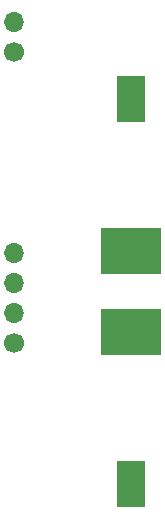
<source format=gbr>
%TF.GenerationSoftware,KiCad,Pcbnew,(5.1.9)-1*%
%TF.CreationDate,2021-03-30T21:26:33+02:00*%
%TF.ProjectId,plant,706c616e-742e-46b6-9963-61645f706362,rev?*%
%TF.SameCoordinates,Original*%
%TF.FileFunction,Soldermask,Bot*%
%TF.FilePolarity,Negative*%
%FSLAX46Y46*%
G04 Gerber Fmt 4.6, Leading zero omitted, Abs format (unit mm)*
G04 Created by KiCad (PCBNEW (5.1.9)-1) date 2021-03-30 21:26:33*
%MOMM*%
%LPD*%
G01*
G04 APERTURE LIST*
%ADD10R,5.080000X3.960000*%
%ADD11R,2.340000X3.960000*%
%ADD12C,1.700000*%
%ADD13O,1.700000X1.700000*%
G04 APERTURE END LIST*
D10*
%TO.C,U2*%
X162814000Y-83387000D03*
D11*
X162814000Y-70537000D03*
%TD*%
D10*
%TO.C,U1*%
X162814000Y-90274000D03*
D11*
X162814000Y-103124000D03*
%TD*%
D12*
%TO.C,J1*%
X152908000Y-91186000D03*
D13*
X152908000Y-88646000D03*
X152908000Y-86106000D03*
X152908000Y-83566000D03*
%TD*%
%TO.C,J2*%
X152908000Y-64008000D03*
D12*
X152908000Y-66548000D03*
%TD*%
M02*

</source>
